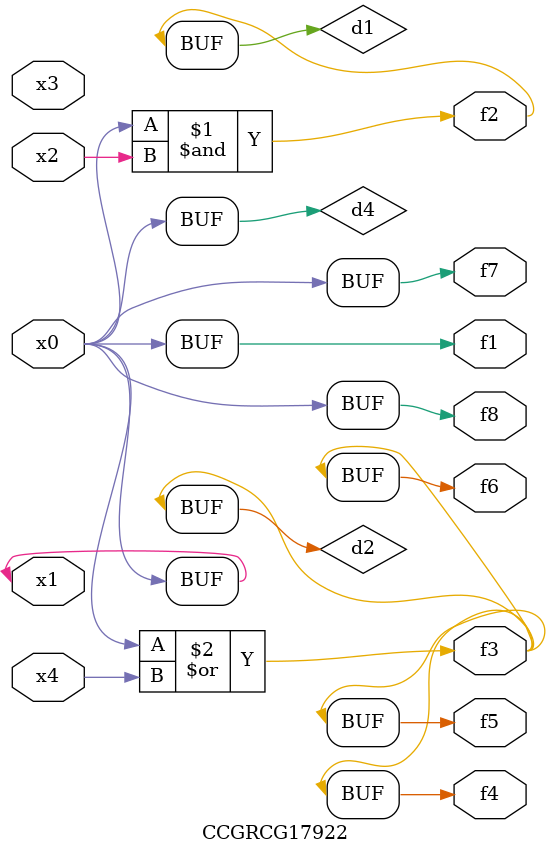
<source format=v>
module CCGRCG17922(
	input x0, x1, x2, x3, x4,
	output f1, f2, f3, f4, f5, f6, f7, f8
);

	wire d1, d2, d3, d4;

	and (d1, x0, x2);
	or (d2, x0, x4);
	nand (d3, x0, x2);
	buf (d4, x0, x1);
	assign f1 = d4;
	assign f2 = d1;
	assign f3 = d2;
	assign f4 = d2;
	assign f5 = d2;
	assign f6 = d2;
	assign f7 = d4;
	assign f8 = d4;
endmodule

</source>
